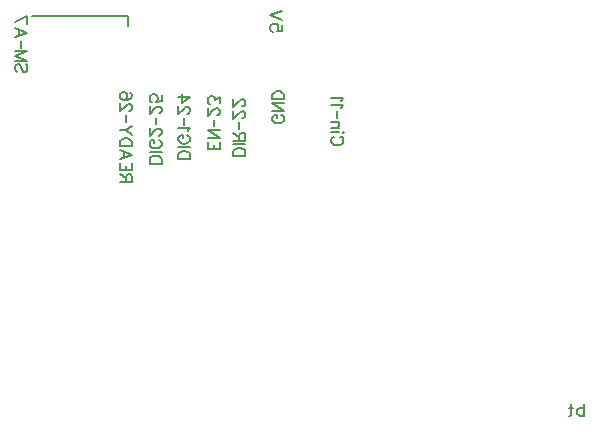
<source format=gbo>
G04 DipTrace 3.0.0.1*
G04 arm_arduino_shield_lay_V9.GBO*
%MOIN*%
G04 #@! TF.FileFunction,Legend,Bot*
G04 #@! TF.Part,Single*
%ADD15C,0.008*%
%ADD35C,0.006176*%
%FSLAX26Y26*%
G04*
G70*
G90*
G75*
G01*
G04 BotSilk*
%LPD*%
X844055Y3638091D2*
D15*
X525272D1*
X844055D2*
Y3606837D1*
X2363557Y2346227D2*
D35*
Y2306035D1*
Y2327082D2*
X2359710Y2330928D1*
X2355908Y2332830D1*
X2350160D1*
X2346357Y2330928D1*
X2342511Y2327082D1*
X2340609Y2321334D1*
Y2317531D1*
X2342511Y2311783D1*
X2346357Y2307980D1*
X2350160Y2306035D1*
X2355908D1*
X2359710Y2307980D1*
X2363557Y2311783D1*
X2322510Y2346227D2*
Y2313684D1*
X2320609Y2307980D1*
X2316762Y2306035D1*
X2312959D1*
X2328258Y2332830D2*
X2314861D1*
X1552399Y3236840D2*
X1556202Y3234938D1*
X1560049Y3231092D1*
X1561950Y3227289D1*
Y3219640D1*
X1560049Y3215793D1*
X1556202Y3211991D1*
X1552399Y3210045D1*
X1546651Y3208144D1*
X1537057D1*
X1531353Y3210045D1*
X1527506Y3211991D1*
X1523704Y3215793D1*
X1521758Y3219640D1*
Y3227289D1*
X1523704Y3231092D1*
X1527506Y3234938D1*
X1531353Y3236840D1*
X1561950Y3249191D2*
X1560049Y3251092D1*
X1561950Y3253038D1*
X1563896Y3251092D1*
X1561950Y3249191D1*
X1548553Y3251092D2*
X1521758D1*
X1548553Y3265389D2*
X1521758D1*
X1540903D2*
X1546651Y3271137D1*
X1548553Y3274984D1*
Y3280688D1*
X1546651Y3284535D1*
X1540903Y3286436D1*
X1521758D1*
X1541832Y3298787D2*
Y3320895D1*
X1554257Y3333246D2*
X1556202Y3337093D1*
X1561906Y3342841D1*
X1521758D1*
X1554257Y3355193D2*
X1556202Y3359039D1*
X1561906Y3364787D1*
X1521758D1*
X1234996Y3171833D2*
X1194804D1*
Y3185231D1*
X1196750Y3190979D1*
X1200552Y3194825D1*
X1204399Y3196727D1*
X1210103Y3198628D1*
X1219697D1*
X1225445Y3196727D1*
X1229248Y3194825D1*
X1233095Y3190979D1*
X1234996Y3185231D1*
Y3171833D1*
Y3210979D2*
X1194804D1*
X1215851Y3223331D2*
Y3240531D1*
X1217796Y3246279D1*
X1219697Y3248224D1*
X1223500Y3250125D1*
X1227347D1*
X1231149Y3248224D1*
X1233095Y3246279D1*
X1234996Y3240531D1*
Y3223331D1*
X1194804D1*
X1215851Y3236728D2*
X1194804Y3250125D1*
X1214878Y3262477D2*
Y3284585D1*
X1225401Y3298881D2*
X1227302D1*
X1231149Y3300783D1*
X1233050Y3302684D1*
X1234952Y3306531D1*
Y3314180D1*
X1233050Y3317983D1*
X1231149Y3319884D1*
X1227302Y3321829D1*
X1223500D1*
X1219653Y3319884D1*
X1213949Y3316081D1*
X1194804Y3296936D1*
Y3323731D1*
X1225401Y3338027D2*
X1227302D1*
X1231149Y3339929D1*
X1233051Y3341830D1*
X1234952Y3345677D1*
Y3353326D1*
X1233051Y3357129D1*
X1231149Y3359030D1*
X1227303Y3360975D1*
X1223500D1*
X1219653Y3359030D1*
X1213949Y3355227D1*
X1194804Y3336082D1*
Y3362877D1*
X1150198Y3219862D2*
Y3195013D1*
X1110006D1*
Y3219863D1*
X1131053Y3195013D2*
Y3210312D1*
X1150198Y3259009D2*
X1110006D1*
X1150198Y3232214D1*
X1110006D1*
X1130080Y3271360D2*
Y3293468D1*
X1140603Y3307765D2*
X1142505D1*
X1146351Y3309666D1*
X1148253Y3311567D1*
X1150154Y3315414D1*
Y3323063D1*
X1148253Y3326866D1*
X1146351Y3328767D1*
X1142505Y3330713D1*
X1138702D1*
X1134855Y3328767D1*
X1129151Y3324965D1*
X1110006Y3305819D1*
Y3332614D1*
X1150154Y3348812D2*
Y3369814D1*
X1134855Y3358362D1*
Y3364110D1*
X1132954Y3367913D1*
X1131053Y3369814D1*
X1125305Y3371760D1*
X1121502D1*
X1115754Y3369814D1*
X1111907Y3366012D1*
X1110006Y3360264D1*
Y3354516D1*
X1111907Y3348812D1*
X1113853Y3346911D1*
X1117655Y3344965D1*
X1051098Y3162197D2*
X1010906D1*
Y3175595D1*
X1012852Y3181343D1*
X1016654Y3185189D1*
X1020501Y3187091D1*
X1026205Y3188992D1*
X1035800D1*
X1041548Y3187091D1*
X1045350Y3185189D1*
X1049197Y3181343D1*
X1051098Y3175595D1*
Y3162197D1*
Y3201343D2*
X1010906D1*
X1041548Y3242391D2*
X1045350Y3240489D1*
X1049197Y3236643D1*
X1051098Y3232840D1*
Y3225191D1*
X1049197Y3221344D1*
X1045350Y3217542D1*
X1041548Y3215596D1*
X1035800Y3213695D1*
X1026205D1*
X1020501Y3215596D1*
X1016654Y3217542D1*
X1012852Y3221344D1*
X1010906Y3225191D1*
Y3232840D1*
X1012852Y3236643D1*
X1016654Y3240489D1*
X1020501Y3242391D1*
X1026205D1*
Y3232840D1*
X1043405Y3254742D2*
X1045350Y3258589D1*
X1051054Y3264337D1*
X1010906D1*
X1030980Y3276688D2*
Y3298796D1*
X1041504Y3313093D2*
X1043405D1*
X1047252Y3314994D1*
X1049153Y3316896D1*
X1051054Y3320742D1*
Y3328392D1*
X1049153Y3332194D1*
X1047252Y3334095D1*
X1043405Y3336041D1*
X1039602D1*
X1035756Y3334095D1*
X1030052Y3330293D1*
X1010906Y3311148D1*
Y3337942D1*
Y3369439D2*
X1051054D1*
X1024304Y3350294D1*
Y3378989D1*
X956349Y3145971D2*
X916157D1*
Y3159368D1*
X918103Y3165116D1*
X921905Y3168963D1*
X925752Y3170864D1*
X931456Y3172766D1*
X941050D1*
X946798Y3170864D1*
X950601Y3168963D1*
X954448Y3165116D1*
X956349Y3159368D1*
Y3145971D1*
Y3185117D2*
X916157D1*
X946798Y3226164D2*
X950601Y3224263D1*
X954448Y3220416D1*
X956349Y3216614D1*
Y3208964D1*
X954448Y3205118D1*
X950601Y3201315D1*
X946798Y3199370D1*
X941050Y3197468D1*
X931456D1*
X925752Y3199370D1*
X921905Y3201315D1*
X918103Y3205118D1*
X916157Y3208964D1*
Y3216614D1*
X918103Y3220416D1*
X921905Y3224263D1*
X925752Y3226164D1*
X931456D1*
Y3216614D1*
X946754Y3240461D2*
X948655D1*
X952502Y3242362D1*
X954404Y3244264D1*
X956305Y3248111D1*
Y3255760D1*
X954404Y3259562D1*
X952502Y3261464D1*
X948655Y3263409D1*
X944853D1*
X941006Y3261464D1*
X935302Y3257661D1*
X916157Y3238516D1*
Y3265310D1*
X936231Y3277662D2*
Y3299770D1*
X946754Y3314066D2*
X948655D1*
X952502Y3315968D1*
X954404Y3317869D1*
X956305Y3321716D1*
Y3329365D1*
X954404Y3333168D1*
X952502Y3335069D1*
X948655Y3337014D1*
X944853D1*
X941006Y3335069D1*
X935302Y3331266D1*
X916157Y3312121D1*
Y3338916D1*
X956305Y3374215D2*
Y3355114D1*
X939105Y3353212D1*
X941006Y3355114D1*
X942952Y3360862D1*
Y3366566D1*
X941006Y3372314D1*
X937204Y3376160D1*
X931456Y3378062D1*
X927653D1*
X921905Y3376160D1*
X918058Y3372314D1*
X916157Y3366566D1*
Y3360862D1*
X918058Y3355114D1*
X920004Y3353213D1*
X923806Y3351267D1*
X837754Y3084878D2*
Y3102078D1*
X839699Y3107826D1*
X841600Y3109771D1*
X845403Y3111673D1*
X849250D1*
X853052Y3109771D1*
X854998Y3107826D1*
X856899Y3102078D1*
Y3084878D1*
X816707D1*
X837754Y3098275D2*
X816707Y3111673D1*
X856899Y3148873D2*
Y3124024D1*
X816707D1*
Y3148873D1*
X837754Y3124024D2*
Y3139323D1*
X816707Y3191866D2*
X856899Y3176523D1*
X816707Y3161225D1*
X830104Y3166973D2*
Y3186118D1*
X856899Y3204217D2*
X816707D1*
Y3217615D1*
X818652Y3223363D1*
X822455Y3227209D1*
X826302Y3229111D1*
X832006Y3231012D1*
X841600D1*
X847348Y3229111D1*
X851151Y3227209D1*
X854998Y3223363D1*
X856899Y3217615D1*
Y3204217D1*
Y3243363D2*
X837754Y3258662D1*
X816707D1*
X856899Y3273961D2*
X837754Y3258662D1*
X836781Y3286312D2*
Y3308420D1*
X847304Y3322717D2*
X849205D1*
X853052Y3324618D1*
X854953Y3326519D1*
X856855Y3330366D1*
Y3338015D1*
X854953Y3341818D1*
X853052Y3343719D1*
X849205Y3345665D1*
X845403D1*
X841556Y3343719D1*
X835852Y3339917D1*
X816707Y3320771D1*
Y3347566D1*
X851151Y3382865D2*
X854953Y3380964D1*
X856855Y3375216D1*
Y3371413D1*
X854953Y3365665D1*
X849205Y3361818D1*
X839655Y3359917D1*
X830104D1*
X822455Y3361819D1*
X818608Y3365665D1*
X816707Y3371413D1*
Y3373315D1*
X818608Y3379018D1*
X822455Y3382865D1*
X828203Y3384766D1*
X830104D1*
X835852Y3382865D1*
X839655Y3379018D1*
X841556Y3373315D1*
Y3371413D1*
X839655Y3365665D1*
X835852Y3361818D1*
X830104Y3359917D1*
X1358405Y3609726D2*
Y3590624D1*
X1341205Y3588723D1*
X1343106Y3590625D1*
X1345051Y3596373D1*
Y3602076D1*
X1343106Y3607824D1*
X1339303Y3611671D1*
X1333555Y3613572D1*
X1329753D1*
X1324005Y3611671D1*
X1320158Y3607824D1*
X1318257Y3602076D1*
Y3596373D1*
X1320158Y3590625D1*
X1322104Y3588723D1*
X1325906Y3586778D1*
X1358449Y3625924D2*
X1318257Y3641222D1*
X1358449Y3656521D1*
X1355197Y3309469D2*
X1359000Y3307568D1*
X1362847Y3303721D1*
X1364748Y3299918D1*
Y3292269D1*
X1362847Y3288422D1*
X1359000Y3284620D1*
X1355197Y3282674D1*
X1349449Y3280773D1*
X1339855D1*
X1334151Y3282674D1*
X1330304Y3284620D1*
X1326501Y3288422D1*
X1324556Y3292269D1*
Y3299919D1*
X1326501Y3303721D1*
X1330304Y3307568D1*
X1334151Y3309469D1*
X1339855D1*
Y3299919D1*
X1364748Y3348615D2*
X1324556D1*
X1364748Y3321820D1*
X1324556D1*
X1364748Y3360966D2*
X1324556Y3360967D1*
Y3374364D1*
X1326501Y3380112D1*
X1330304Y3383959D1*
X1334151Y3385860D1*
X1339855Y3387761D1*
X1349449D1*
X1355197Y3385860D1*
X1359000Y3383959D1*
X1362847Y3380112D1*
X1364748Y3374364D1*
Y3360966D1*
X502614Y3478234D2*
X506461Y3474432D1*
X508362Y3468684D1*
Y3461034D1*
X506461Y3455286D1*
X502614Y3451440D1*
X498812D1*
X494965Y3453385D1*
X493064Y3455286D1*
X491162Y3459089D1*
X487316Y3470585D1*
X485414Y3474432D1*
X483469Y3476333D1*
X479666Y3478234D1*
X473918D1*
X470116Y3474432D1*
X468170Y3468684D1*
Y3461034D1*
X470116Y3455286D1*
X473918Y3451440D1*
X468170Y3521183D2*
X508362D1*
X468170Y3505884D1*
X508362Y3490586D1*
X468170D1*
X488244Y3533534D2*
Y3555642D1*
X468170Y3598635D2*
X508362Y3583292D1*
X468170Y3567993D1*
X481567Y3573741D2*
Y3592887D1*
X468170Y3618635D2*
X508318Y3637781D1*
Y3610986D1*
M02*

</source>
